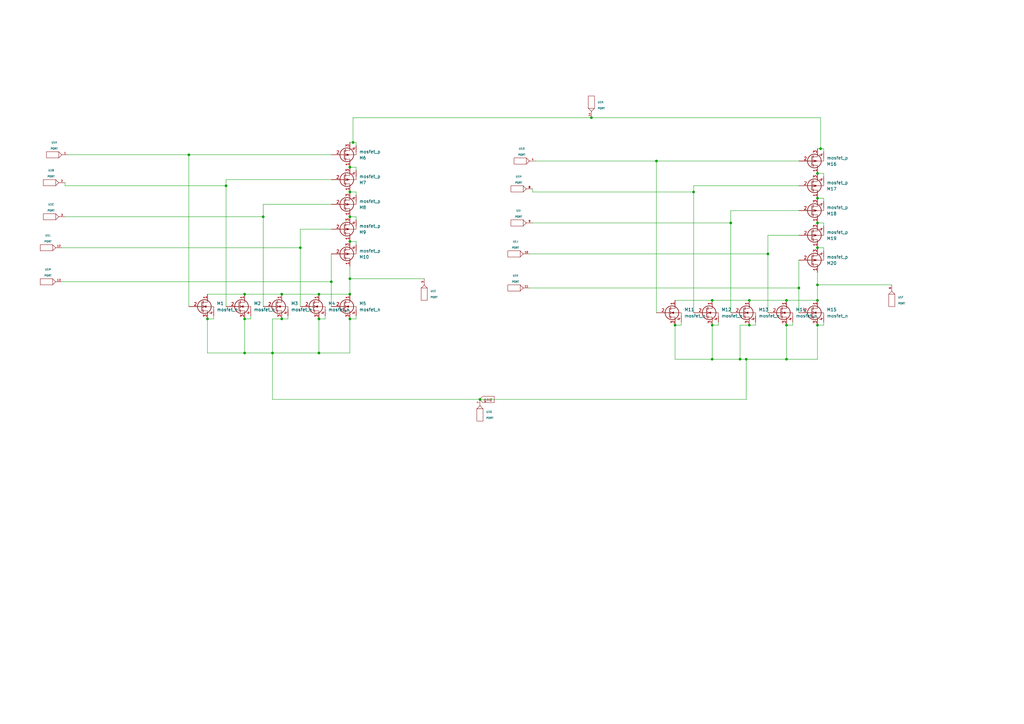
<source format=kicad_sch>
(kicad_sch (version 20211123) (generator eeschema)
  (paper "A3")
  (lib_symbols
    (symbol "eSim_Devices:mosfet_n" (pin_names (offset 0) hide)
      (property "Reference" "M" (at 0 -3.81 0))
      (property "Value" "mosfet_n" (at 2.54 -1.27 0))
      (symbol "mosfet_n_0_1"
        (polyline (pts (xy 3.302 -7.366) (xy 3.302 -6.35)) (stroke (width 0.254)))
        (polyline (pts (xy 3.302 -6.858) (xy 5.08 -6.858)))
        (polyline (pts (xy 3.302 -5.588) (xy 3.302 -4.572)) (stroke (width 0.254)))
        (polyline (pts (xy 3.302 -5.08) (xy 5.08 -5.08)))
        (polyline (pts (xy 3.302 -3.81) (xy 3.302 -2.794)) (stroke (width 0.254)))
        (polyline (pts (xy 3.302 -3.302) (xy 5.08 -3.302)))
        (polyline (pts (xy 5.08 -7.62) (xy 5.08 -6.858)))
        (polyline (pts (xy 5.08 -3.302) (xy 5.08 -2.54)))
        (polyline (pts (xy 2.794 -6.985) (xy 2.794 -3.175) (xy 2.794 -3.175)) (stroke (width 0.254)))
        (polyline (pts (xy 5.08 -5.08) (xy 7.62 -5.08) (xy 7.62 -6.35)))
        (polyline (pts (xy 3.556 -5.08) (xy 4.572 -5.461) (xy 4.572 -4.699) (xy 3.556 -5.08)) (fill (type outline)))
        (circle (center 3.81 -5.08) (radius 2.8194) (stroke (width 0.254)))
      )
      (symbol "mosfet_n_1_1"
        (pin passive line (at 5.08 0 270) (length 2.54) (name "D") (number "1"))
        (pin passive line (at -2.54 -5.08 0) (length 5.334) (name "G") (number "2"))
        (pin passive line (at 5.08 -10.16 90) (length 2.54) (name "S") (number "3"))
        (pin passive line (at 7.62 -8.89 90) (length 2.4892) (name "B") (number "4"))
      )
    )
    (symbol "eSim_Devices:mosfet_p" (pin_names (offset 0) hide)
      (property "Reference" "M" (at -1.27 1.27 0))
      (property "Value" "mosfet_p" (at 1.27 3.81 0))
      (symbol "mosfet_p_0_1"
        (polyline (pts (xy 2.032 -1.778) (xy 3.81 -1.778)))
        (polyline (pts (xy 2.032 -1.27) (xy 2.032 -2.286)) (stroke (width 0.254)))
        (polyline (pts (xy 2.032 0) (xy 3.81 0)))
        (polyline (pts (xy 2.032 0.508) (xy 2.032 -0.508)) (stroke (width 0.254)))
        (polyline (pts (xy 2.032 1.778) (xy 3.81 1.778)))
        (polyline (pts (xy 2.032 2.286) (xy 2.032 1.27)) (stroke (width 0.254)))
        (polyline (pts (xy 3.81 -1.778) (xy 3.81 -2.54)))
        (polyline (pts (xy 3.81 2.54) (xy 3.81 1.778)))
        (polyline (pts (xy 1.524 1.905) (xy 1.524 -1.905) (xy 1.524 -1.905)) (stroke (width 0.254)))
        (polyline (pts (xy 3.81 0) (xy 6.35 0) (xy 6.35 -1.27)))
        (polyline (pts (xy 3.556 0) (xy 2.54 -0.381) (xy 2.54 0.381) (xy 3.556 0)) (fill (type outline)))
        (circle (center 2.54 0) (radius 2.8194) (stroke (width 0.254)))
      )
      (symbol "mosfet_p_1_1"
        (pin passive line (at 3.81 5.08 270) (length 2.54) (name "D") (number "1"))
        (pin passive line (at -3.81 0 0) (length 5.334) (name "G") (number "2"))
        (pin passive line (at 3.81 -5.08 90) (length 2.54) (name "S") (number "3"))
        (pin passive line (at 6.35 -3.81 90) (length 2.54) (name "B") (number "4"))
      )
    )
    (symbol "eSim_Miscellaneous:PORT" (pin_names (offset 1.016))
      (property "Reference" "U" (at 1.27 2.54 0))
      (property "Value" "PORT" (at 0 0 0))
      (symbol "PORT_0_1"
        (rectangle (start -2.54 1.27) (end 2.54 -1.27))
        (arc (start 2.54 1.27) (mid 3.1355 0.5955) (end 3.81 0))
        (arc (start 3.81 0) (mid 3.1447 -0.6046) (end 2.54 -1.27))
      )
      (symbol "PORT_1_1"
        (pin bidirectional line (at 6.35 0 180) (length 2.54) (name "~") (number "1"))
      )
      (symbol "PORT_2_1"
        (pin bidirectional line (at 6.35 0 180) (length 2.54) (name "~") (number "2"))
      )
      (symbol "PORT_3_1"
        (pin bidirectional line (at 6.35 0 180) (length 2.54) (name "~") (number "3"))
      )
      (symbol "PORT_4_1"
        (pin bidirectional line (at 6.35 0 180) (length 2.54) (name "~") (number "4"))
      )
      (symbol "PORT_5_1"
        (pin bidirectional line (at 6.35 0 180) (length 2.54) (name "~") (number "5"))
      )
      (symbol "PORT_6_1"
        (pin bidirectional line (at 6.35 0 180) (length 2.54) (name "~") (number "6"))
      )
      (symbol "PORT_7_1"
        (pin bidirectional line (at 6.35 0 180) (length 2.54) (name "~") (number "7"))
      )
      (symbol "PORT_8_1"
        (pin bidirectional line (at 6.35 0 180) (length 2.54) (name "~") (number "8"))
      )
      (symbol "PORT_9_1"
        (pin bidirectional line (at 6.35 0 180) (length 2.54) (name "~") (number "9"))
      )
      (symbol "PORT_10_1"
        (pin bidirectional line (at 6.35 0 180) (length 2.54) (name "~") (number "10"))
      )
      (symbol "PORT_11_1"
        (pin bidirectional line (at 6.35 0 180) (length 2.54) (name "~") (number "11"))
      )
      (symbol "PORT_12_1"
        (pin bidirectional line (at 6.35 0 180) (length 2.54) (name "~") (number "12"))
      )
      (symbol "PORT_13_1"
        (pin bidirectional line (at 6.35 0 180) (length 2.54) (name "~") (number "13"))
      )
      (symbol "PORT_14_1"
        (pin bidirectional line (at 6.35 0 180) (length 2.54) (name "~") (number "14"))
      )
      (symbol "PORT_15_1"
        (pin bidirectional line (at 6.35 0 180) (length 2.54) (name "~") (number "15"))
      )
      (symbol "PORT_16_1"
        (pin bidirectional line (at 6.35 0 180) (length 2.54) (name "~") (number "16"))
      )
      (symbol "PORT_17_1"
        (pin bidirectional line (at 6.35 0 180) (length 2.54) (name "~") (number "17"))
      )
      (symbol "PORT_18_1"
        (pin bidirectional line (at 6.35 0 180) (length 2.54) (name "~") (number "18"))
      )
      (symbol "PORT_19_1"
        (pin bidirectional line (at 6.35 0 180) (length 2.54) (name "~") (number "19"))
      )
      (symbol "PORT_20_1"
        (pin bidirectional line (at 6.35 0 180) (length 2.54) (name "~") (number "20"))
      )
      (symbol "PORT_21_1"
        (pin bidirectional line (at 6.35 0 180) (length 2.54) (name "~") (number "21"))
      )
      (symbol "PORT_22_1"
        (pin bidirectional line (at 6.35 0 180) (length 2.54) (name "~") (number "22"))
      )
      (symbol "PORT_23_1"
        (pin bidirectional line (at 6.35 0 180) (length 2.54) (name "~") (number "23"))
      )
      (symbol "PORT_24_1"
        (pin bidirectional line (at 6.35 0 180) (length 2.54) (name "~") (number "24"))
      )
      (symbol "PORT_25_1"
        (pin bidirectional line (at 6.35 0 180) (length 2.54) (name "~") (number "25"))
      )
      (symbol "PORT_26_1"
        (pin bidirectional line (at 6.35 0 180) (length 2.54) (name "~") (number "26"))
      )
    )
  )
  (junction (at 115.57 130.81))
  (junction (at 143.51 120.65))
  (junction (at 196.85 163.83))
  (junction (at 299.72 91.44))
  (junction (at 144.78 58.42))
  (junction (at 307.34 133.35))
  (junction (at 303.53 147.32))
  (junction (at 143.51 78.74))
  (junction (at 292.1 123.19))
  (junction (at 306.07 147.32))
  (junction (at 100.33 130.81))
  (junction (at 100.33 120.65))
  (junction (at 284.48 78.74))
  (junction (at 77.47 63.5))
  (junction (at 143.51 130.81))
  (junction (at 292.1 133.35))
  (junction (at 143.51 114.3))
  (junction (at 276.86 133.35))
  (junction (at 335.28 123.19))
  (junction (at 111.76 144.78))
  (junction (at 335.28 101.6))
  (junction (at 92.71 76.2))
  (junction (at 143.51 88.9))
  (junction (at 115.57 120.65))
  (junction (at 322.58 123.19))
  (junction (at 327.66 118.11))
  (junction (at 322.58 147.32))
  (junction (at 269.24 66.04))
  (junction (at 335.28 133.35))
  (junction (at 322.58 133.35))
  (junction (at 335.28 71.12))
  (junction (at 143.51 99.06))
  (junction (at 314.96 104.14))
  (junction (at 336.55 60.96))
  (junction (at 107.95 88.9))
  (junction (at 242.57 48.26))
  (junction (at 100.33 144.78))
  (junction (at 335.28 91.44))
  (junction (at 130.81 144.78))
  (junction (at 335.28 116.84))
  (junction (at 292.1 147.32))
  (junction (at 130.81 130.81))
  (junction (at 307.34 123.19))
  (junction (at 135.89 115.57))
  (junction (at 335.28 81.28))
  (junction (at 85.09 130.81))
  (junction (at 143.51 68.58))
  (junction (at 130.81 120.65))
  (junction (at 123.19 101.6))
  (wire (pts (xy 123.19 101.6) (xy 123.19 125.73)))
  (wire (pts (xy 111.76 130.81) (xy 115.57 130.81)))
  (wire (pts (xy 143.51 144.78) (xy 143.51 130.81)))
  (wire (pts (xy 217.17 118.11) (xy 327.66 118.11)))
  (wire (pts (xy 303.53 147.32) (xy 306.07 147.32)))
  (wire (pts (xy 143.51 109.22) (xy 143.51 114.3)))
  (wire (pts (xy 144.78 58.42) (xy 144.78 48.26)))
  (wire (pts (xy 146.05 78.74) (xy 143.51 78.74)))
  (wire (pts (xy 218.44 78.74) (xy 284.48 78.74)))
  (wire (pts (xy 92.71 73.66) (xy 135.89 73.66)))
  (wire (pts (xy 26.67 74.93) (xy 26.67 76.2)))
  (wire (pts (xy 77.47 63.5) (xy 135.89 63.5)))
  (wire (pts (xy 335.28 147.32) (xy 335.28 133.35)))
  (wire (pts (xy 143.51 114.3) (xy 173.99 114.3)))
  (wire (pts (xy 337.82 62.23) (xy 337.82 60.96)))
  (wire (pts (xy 299.72 86.36) (xy 327.66 86.36)))
  (wire (pts (xy 27.94 63.5) (xy 77.47 63.5)))
  (wire (pts (xy 100.33 130.81) (xy 100.33 144.78)))
  (wire (pts (xy 335.28 133.35) (xy 337.82 133.35)))
  (wire (pts (xy 322.58 147.32) (xy 335.28 147.32)))
  (wire (pts (xy 337.82 81.28) (xy 335.28 81.28)))
  (wire (pts (xy 92.71 73.66) (xy 92.71 76.2)))
  (wire (pts (xy 276.86 133.35) (xy 276.86 147.32)))
  (wire (pts (xy 327.66 118.11) (xy 327.66 128.27)))
  (wire (pts (xy 309.88 132.08) (xy 309.88 133.35)))
  (wire (pts (xy 292.1 133.35) (xy 294.64 133.35)))
  (wire (pts (xy 335.28 116.84) (xy 335.28 123.19)))
  (wire (pts (xy 100.33 120.65) (xy 115.57 120.65)))
  (wire (pts (xy 100.33 130.81) (xy 102.87 130.81)))
  (wire (pts (xy 85.09 130.81) (xy 85.09 144.78)))
  (wire (pts (xy 322.58 123.19) (xy 335.28 123.19)))
  (wire (pts (xy 337.82 132.08) (xy 337.82 133.35)))
  (wire (pts (xy 146.05 100.33) (xy 146.05 99.06)))
  (wire (pts (xy 92.71 76.2) (xy 92.71 125.73)))
  (wire (pts (xy 130.81 144.78) (xy 143.51 144.78)))
  (wire (pts (xy 115.57 120.65) (xy 130.81 120.65)))
  (wire (pts (xy 337.82 72.39) (xy 337.82 71.12)))
  (wire (pts (xy 337.82 91.44) (xy 335.28 91.44)))
  (wire (pts (xy 279.4 132.08) (xy 279.4 133.35)))
  (wire (pts (xy 284.48 76.2) (xy 284.48 78.74)))
  (wire (pts (xy 146.05 88.9) (xy 143.51 88.9)))
  (wire (pts (xy 107.95 88.9) (xy 107.95 83.82)))
  (wire (pts (xy 111.76 144.78) (xy 130.81 144.78)))
  (wire (pts (xy 146.05 90.17) (xy 146.05 88.9)))
  (wire (pts (xy 196.85 163.83) (xy 306.07 163.83)))
  (wire (pts (xy 292.1 147.32) (xy 303.53 147.32)))
  (wire (pts (xy 135.89 115.57) (xy 135.89 125.73)))
  (wire (pts (xy 25.4 115.57) (xy 135.89 115.57)))
  (wire (pts (xy 130.81 130.81) (xy 133.35 130.81)))
  (wire (pts (xy 269.24 66.04) (xy 327.66 66.04)))
  (wire (pts (xy 337.82 92.71) (xy 337.82 91.44)))
  (wire (pts (xy 337.82 101.6) (xy 335.28 101.6)))
  (wire (pts (xy 102.87 129.54) (xy 102.87 130.81)))
  (wire (pts (xy 314.96 96.52) (xy 327.66 96.52)))
  (wire (pts (xy 107.95 83.82) (xy 135.89 83.82)))
  (wire (pts (xy 306.07 147.32) (xy 322.58 147.32)))
  (wire (pts (xy 144.78 58.42) (xy 143.51 58.42)))
  (wire (pts (xy 219.71 66.04) (xy 269.24 66.04)))
  (wire (pts (xy 77.47 125.73) (xy 77.47 63.5)))
  (wire (pts (xy 306.07 163.83) (xy 306.07 147.32)))
  (wire (pts (xy 146.05 129.54) (xy 146.05 130.81)))
  (wire (pts (xy 143.51 130.81) (xy 146.05 130.81)))
  (wire (pts (xy 303.53 133.35) (xy 307.34 133.35)))
  (wire (pts (xy 130.81 120.65) (xy 143.51 120.65)))
  (wire (pts (xy 292.1 133.35) (xy 292.1 147.32)))
  (wire (pts (xy 284.48 76.2) (xy 327.66 76.2)))
  (wire (pts (xy 133.35 129.54) (xy 133.35 130.81)))
  (wire (pts (xy 144.78 48.26) (xy 242.57 48.26)))
  (wire (pts (xy 269.24 128.27) (xy 269.24 66.04)))
  (wire (pts (xy 123.19 93.98) (xy 135.89 93.98)))
  (wire (pts (xy 100.33 144.78) (xy 111.76 144.78)))
  (wire (pts (xy 85.09 144.78) (xy 100.33 144.78)))
  (wire (pts (xy 314.96 96.52) (xy 314.96 104.14)))
  (wire (pts (xy 130.81 144.78) (xy 130.81 130.81)))
  (wire (pts (xy 303.53 147.32) (xy 303.53 133.35)))
  (wire (pts (xy 276.86 123.19) (xy 292.1 123.19)))
  (wire (pts (xy 292.1 123.19) (xy 307.34 123.19)))
  (wire (pts (xy 146.05 68.58) (xy 143.51 68.58)))
  (wire (pts (xy 26.67 88.9) (xy 107.95 88.9)))
  (wire (pts (xy 276.86 133.35) (xy 279.4 133.35)))
  (wire (pts (xy 299.72 128.27) (xy 299.72 91.44)))
  (wire (pts (xy 335.28 116.84) (xy 365.76 116.84)))
  (wire (pts (xy 337.82 82.55) (xy 337.82 81.28)))
  (wire (pts (xy 85.09 130.81) (xy 87.63 130.81)))
  (wire (pts (xy 327.66 106.68) (xy 327.66 118.11)))
  (wire (pts (xy 143.51 114.3) (xy 143.51 120.65)))
  (wire (pts (xy 123.19 93.98) (xy 123.19 101.6)))
  (wire (pts (xy 217.17 104.14) (xy 314.96 104.14)))
  (wire (pts (xy 307.34 123.19) (xy 322.58 123.19)))
  (wire (pts (xy 26.67 76.2) (xy 92.71 76.2)))
  (wire (pts (xy 335.28 111.76) (xy 335.28 116.84)))
  (wire (pts (xy 322.58 147.32) (xy 322.58 133.35)))
  (wire (pts (xy 146.05 80.01) (xy 146.05 78.74)))
  (wire (pts (xy 337.82 60.96) (xy 336.55 60.96)))
  (wire (pts (xy 146.05 59.69) (xy 146.05 58.42)))
  (wire (pts (xy 25.4 101.6) (xy 123.19 101.6)))
  (wire (pts (xy 337.82 102.87) (xy 337.82 101.6)))
  (wire (pts (xy 218.44 77.47) (xy 218.44 78.74)))
  (wire (pts (xy 307.34 133.35) (xy 309.88 133.35)))
  (wire (pts (xy 242.57 48.26) (xy 336.55 48.26)))
  (wire (pts (xy 146.05 99.06) (xy 143.51 99.06)))
  (wire (pts (xy 146.05 58.42) (xy 144.78 58.42)))
  (wire (pts (xy 118.11 129.54) (xy 118.11 130.81)))
  (wire (pts (xy 336.55 60.96) (xy 335.28 60.96)))
  (wire (pts (xy 299.72 91.44) (xy 299.72 86.36)))
  (wire (pts (xy 135.89 104.14) (xy 135.89 115.57)))
  (wire (pts (xy 218.44 91.44) (xy 299.72 91.44)))
  (wire (pts (xy 276.86 147.32) (xy 292.1 147.32)))
  (wire (pts (xy 336.55 48.26) (xy 336.55 60.96)))
  (wire (pts (xy 322.58 133.35) (xy 325.12 133.35)))
  (wire (pts (xy 325.12 132.08) (xy 325.12 133.35)))
  (wire (pts (xy 314.96 104.14) (xy 314.96 128.27)))
  (wire (pts (xy 337.82 71.12) (xy 335.28 71.12)))
  (wire (pts (xy 294.64 132.08) (xy 294.64 133.35)))
  (wire (pts (xy 107.95 125.73) (xy 107.95 88.9)))
  (wire (pts (xy 111.76 144.78) (xy 111.76 130.81)))
  (wire (pts (xy 284.48 78.74) (xy 284.48 128.27)))
  (wire (pts (xy 111.76 163.83) (xy 196.85 163.83)))
  (wire (pts (xy 87.63 129.54) (xy 87.63 130.81)))
  (wire (pts (xy 111.76 144.78) (xy 111.76 163.83)))
  (wire (pts (xy 85.09 120.65) (xy 100.33 120.65)))
  (wire (pts (xy 115.57 130.81) (xy 118.11 130.81)))
  (wire (pts (xy 146.05 69.85) (xy 146.05 68.58)))
  (global_label "gnd" (shape input) (at 196.85 163.83 0) (property "Intersheet References" "${INTERSHEET_REFS}" (effects hide)))
  (symbol (lib_id "eSim_Devices:mosfet_n") (at 110.49 120.65 0) (unit 1)
    (property "Reference" "M3" (at 119.38 124.4599 0) (effects (justify left)))
    (property "Value" "mosfet_n" (at 119.38 126.9999 0) (effects (justify left)))
  )
  (symbol (lib_id "eSim_Miscellaneous:PORT") (at 365.76 123.19 90) (unit 6)
    (property "Reference" "U1" (at 368.3 121.92 90) (effects (font (size 0.762 0.762)) (justify right)))
    (property "Value" "PORT" (at 368.3 124.46 90) (effects (font (size 0.762 0.762)) (justify right)))
  )
  (symbol (lib_id "eSim_Devices:mosfet_p") (at 331.47 96.52 0) (mirror x) (unit 1)
    (property "Reference" "M19" (at 339.09 97.7901 0) (effects (justify left)))
    (property "Value" "mosfet_p" (at 339.09 95.2501 0) (effects (justify left)))
  )
  (symbol (lib_id "eSim_Miscellaneous:PORT") (at 20.32 74.93 0) (unit 2)
    (property "Reference" "U1" (at 20.955 69.85 0) (effects (font (size 0.762 0.762))))
    (property "Value" "PORT" (at 20.955 72.39 0) (effects (font (size 0.762 0.762))))
  )
  (symbol (lib_id "eSim_Devices:mosfet_p") (at 139.7 83.82 0) (mirror x) (unit 1)
    (property "Reference" "M8" (at 147.32 85.0901 0) (effects (justify left)))
    (property "Value" "mosfet_p" (at 147.32 82.5501 0) (effects (justify left)))
  )
  (symbol (lib_id "eSim_Devices:mosfet_p") (at 331.47 66.04 0) (mirror x) (unit 1)
    (property "Reference" "M16" (at 339.09 67.3101 0) (effects (justify left)))
    (property "Value" "mosfet_p" (at 339.09 64.7701 0) (effects (justify left)))
  )
  (symbol (lib_id "eSim_Devices:mosfet_p") (at 331.47 86.36 0) (mirror x) (unit 1)
    (property "Reference" "M18" (at 339.09 87.6301 0) (effects (justify left)))
    (property "Value" "mosfet_p" (at 339.09 85.0901 0) (effects (justify left)))
  )
  (symbol (lib_id "eSim_Miscellaneous:PORT") (at 212.09 91.44 0) (unit 9)
    (property "Reference" "U1" (at 212.725 86.36 0) (effects (font (size 0.762 0.762))))
    (property "Value" "PORT" (at 212.725 88.9 0) (effects (font (size 0.762 0.762))))
  )
  (symbol (lib_id "eSim_Devices:mosfet_p") (at 331.47 76.2 0) (mirror x) (unit 1)
    (property "Reference" "M17" (at 339.09 77.4701 0) (effects (justify left)))
    (property "Value" "mosfet_p" (at 339.09 74.9301 0) (effects (justify left)))
  )
  (symbol (lib_id "eSim_Devices:mosfet_n") (at 302.26 123.19 0) (unit 1)
    (property "Reference" "M13" (at 311.15 126.9999 0) (effects (justify left)))
    (property "Value" "mosfet_n" (at 311.15 129.5399 0) (effects (justify left)))
  )
  (symbol (lib_id "eSim_Miscellaneous:PORT") (at 21.59 63.5 0) (unit 1)
    (property "Reference" "U1" (at 22.225 58.42 0) (effects (font (size 0.762 0.762))))
    (property "Value" "PORT" (at 22.225 60.96 0) (effects (font (size 0.762 0.762))))
  )
  (symbol (lib_id "eSim_Devices:mosfet_n") (at 80.01 120.65 0) (unit 1)
    (property "Reference" "M1" (at 88.9 124.4599 0) (effects (justify left)))
    (property "Value" "mosfet_n" (at 88.9 126.9999 0) (effects (justify left)))
  )
  (symbol (lib_id "eSim_Devices:mosfet_p") (at 139.7 104.14 0) (mirror x) (unit 1)
    (property "Reference" "M10" (at 147.32 105.4101 0) (effects (justify left)))
    (property "Value" "mosfet_p" (at 147.32 102.8701 0) (effects (justify left)))
  )
  (symbol (lib_id "eSim_Devices:mosfet_n") (at 330.2 123.19 0) (unit 1)
    (property "Reference" "M15" (at 339.09 126.9999 0) (effects (justify left)))
    (property "Value" "mosfet_n" (at 339.09 129.5399 0) (effects (justify left)))
  )
  (symbol (lib_id "eSim_Miscellaneous:PORT") (at 242.57 41.91 270) (unit 14)
    (property "Reference" "U1" (at 245.11 41.91 90) (effects (font (size 0.762 0.762)) (justify left)))
    (property "Value" "PORT" (at 245.11 44.45 90) (effects (font (size 0.762 0.762)) (justify left)))
  )
  (symbol (lib_id "eSim_Miscellaneous:PORT") (at 19.05 115.57 0) (unit 13)
    (property "Reference" "U1" (at 19.685 110.49 0) (effects (font (size 0.762 0.762))))
    (property "Value" "PORT" (at 19.685 113.03 0) (effects (font (size 0.762 0.762))))
  )
  (symbol (lib_id "eSim_Miscellaneous:PORT") (at 212.09 77.47 0) (unit 8)
    (property "Reference" "U1" (at 212.725 72.39 0) (effects (font (size 0.762 0.762))))
    (property "Value" "PORT" (at 212.725 74.93 0) (effects (font (size 0.762 0.762))))
  )
  (symbol (lib_id "eSim_Miscellaneous:PORT") (at 196.85 170.18 90) (unit 7)
    (property "Reference" "U1" (at 199.39 168.91 90) (effects (font (size 0.762 0.762)) (justify right)))
    (property "Value" "PORT" (at 199.39 171.45 90) (effects (font (size 0.762 0.762)) (justify right)))
  )
  (symbol (lib_id "eSim_Miscellaneous:PORT") (at 19.05 101.6 0) (unit 12)
    (property "Reference" "U1" (at 19.685 96.52 0) (effects (font (size 0.762 0.762))))
    (property "Value" "PORT" (at 19.685 99.06 0) (effects (font (size 0.762 0.762))))
  )
  (symbol (lib_id "eSim_Devices:mosfet_n") (at 317.5 123.19 0) (unit 1)
    (property "Reference" "M14" (at 326.39 126.9999 0) (effects (justify left)))
    (property "Value" "mosfet_n" (at 326.39 129.5399 0) (effects (justify left)))
  )
  (symbol (lib_id "eSim_Devices:mosfet_p") (at 139.7 63.5 0) (mirror x) (unit 1)
    (property "Reference" "M6" (at 147.32 64.7701 0) (effects (justify left)))
    (property "Value" "mosfet_p" (at 147.32 62.2301 0) (effects (justify left)))
  )
  (symbol (lib_id "eSim_Miscellaneous:PORT") (at 213.36 66.04 0) (unit 4)
    (property "Reference" "U1" (at 213.995 60.96 0) (effects (font (size 0.762 0.762))))
    (property "Value" "PORT" (at 213.995 63.5 0) (effects (font (size 0.762 0.762))))
  )
  (symbol (lib_id "eSim_Devices:mosfet_p") (at 139.7 93.98 0) (mirror x) (unit 1)
    (property "Reference" "M9" (at 147.32 95.2501 0) (effects (justify left)))
    (property "Value" "mosfet_p" (at 147.32 92.7101 0) (effects (justify left)))
  )
  (symbol (lib_id "eSim_Devices:mosfet_n") (at 287.02 123.19 0) (unit 1)
    (property "Reference" "M12" (at 295.91 126.9999 0) (effects (justify left)))
    (property "Value" "mosfet_n" (at 295.91 129.5399 0) (effects (justify left)))
  )
  (symbol (lib_id "eSim_Devices:mosfet_n") (at 138.43 120.65 0) (unit 1)
    (property "Reference" "M5" (at 147.32 124.4599 0) (effects (justify left)))
    (property "Value" "mosfet_n" (at 147.32 126.9999 0) (effects (justify left)))
  )
  (symbol (lib_id "eSim_Miscellaneous:PORT") (at 210.82 118.11 0) (unit 11)
    (property "Reference" "U1" (at 211.455 113.03 0) (effects (font (size 0.762 0.762))))
    (property "Value" "PORT" (at 211.455 115.57 0) (effects (font (size 0.762 0.762))))
  )
  (symbol (lib_id "eSim_Miscellaneous:PORT") (at 20.32 88.9 0) (unit 3)
    (property "Reference" "U1" (at 20.955 83.82 0) (effects (font (size 0.762 0.762))))
    (property "Value" "PORT" (at 20.955 86.36 0) (effects (font (size 0.762 0.762))))
  )
  (symbol (lib_id "eSim_Devices:mosfet_n") (at 95.25 120.65 0) (unit 1)
    (property "Reference" "M2" (at 104.14 124.4599 0) (effects (justify left)))
    (property "Value" "mosfet_n" (at 104.14 126.9999 0) (effects (justify left)))
  )
  (symbol (lib_id "eSim_Devices:mosfet_p") (at 139.7 73.66 0) (mirror x) (unit 1)
    (property "Reference" "M7" (at 147.32 74.9301 0) (effects (justify left)))
    (property "Value" "mosfet_p" (at 147.32 72.3901 0) (effects (justify left)))
  )
  (symbol (lib_id "eSim_Devices:mosfet_n") (at 125.73 120.65 0) (unit 1)
    (property "Reference" "M4" (at 134.62 124.4599 0) (effects (justify left)))
    (property "Value" "mosfet_n" (at 134.62 126.9999 0) (effects (justify left)))
  )
  (symbol (lib_id "eSim_Miscellaneous:PORT") (at 173.99 120.65 90) (unit 5)
    (property "Reference" "U1" (at 176.53 119.38 90) (effects (font (size 0.762 0.762)) (justify right)))
    (property "Value" "PORT" (at 176.53 121.92 90) (effects (font (size 0.762 0.762)) (justify right)))
  )
  (symbol (lib_id "eSim_Miscellaneous:PORT") (at 210.82 104.14 0) (unit 10)
    (property "Reference" "U1" (at 211.455 99.06 0) (effects (font (size 0.762 0.762))))
    (property "Value" "PORT" (at 211.455 101.6 0) (effects (font (size 0.762 0.762))))
  )
  (symbol (lib_id "eSim_Devices:mosfet_n") (at 271.78 123.19 0) (unit 1)
    (property "Reference" "M11" (at 280.67 126.9999 0) (effects (justify left)))
    (property "Value" "mosfet_n" (at 280.67 129.5399 0) (effects (justify left)))
  )
  (symbol (lib_id "eSim_Devices:mosfet_p") (at 331.47 106.68 0) (mirror x) (unit 1)
    (property "Reference" "M20" (at 339.09 107.9501 0) (effects (justify left)))
    (property "Value" "mosfet_p" (at 339.09 105.4101 0) (effects (justify left)))
  )
)
</source>
